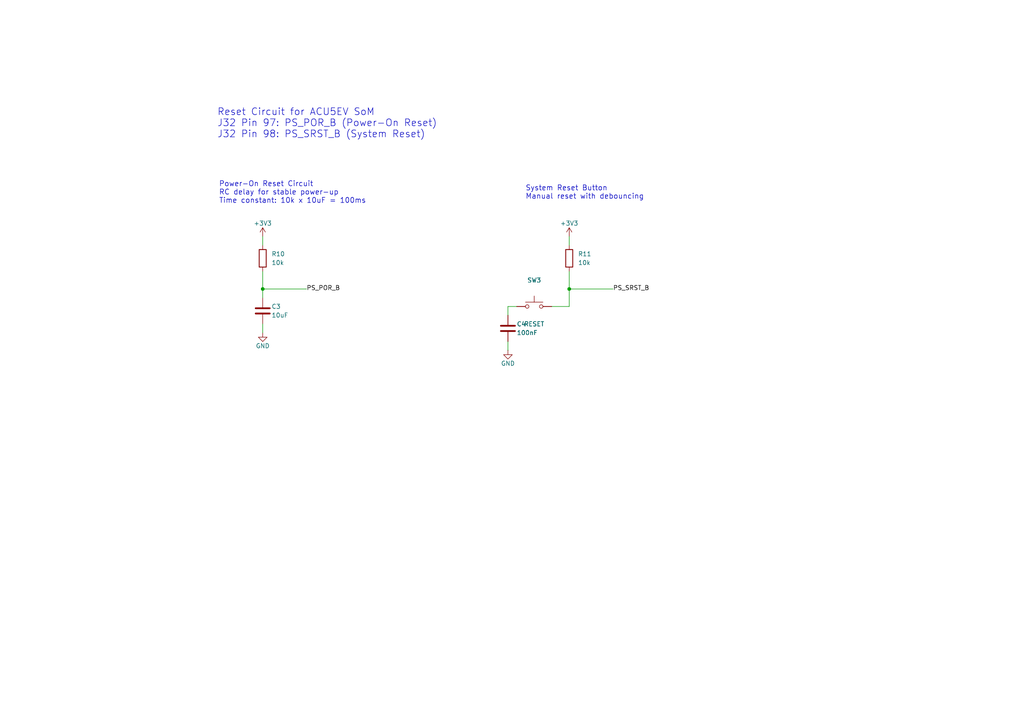
<source format=kicad_sch>
(kicad_sch (version 20250114) (generator "eeschema") (generator_version "9.0")
  (paper "A4")
  (title_block (title "Reset Circuit") (company "fcBoard") (comment 1 "Power-On Reset and System Reset for ACU5EV SoM"))
  (lib_symbols
    (symbol "Device:C" (pin_numbers (hide yes)) (pin_names (offset 0.254))
      (property "Reference" "C" (at 0.635 2.54 0))
      (property "Value" "C" (at 0.635 -2.54 0))
      (symbol "C_0_1"
        (polyline (pts (xy -2.032 0.762) (xy 2.032 0.762)) (stroke (width 0.508)))
        (polyline (pts (xy -2.032 -0.762) (xy 2.032 -0.762)) (stroke (width 0.508)))
      )
      (symbol "C_1_1"
        (pin passive line (at 0 3.81 270) (length 2.794) (name "~") (number "1"))
        (pin passive line (at 0 -3.81 90) (length 2.794) (name "~") (number "2"))
      )
    )
    (symbol "Device:R" (pin_numbers (hide yes)) (pin_names (offset 0))
      (property "Reference" "R" (at 2.032 0 90))
      (property "Value" "R" (at 0 0 90))
      (symbol "R_0_1"
        (rectangle (start -1.016 -2.54) (end 1.016 2.54) (stroke (width 0.254)))
      )
      (symbol "R_1_1"
        (pin passive line (at 0 3.81 270) (length 1.27) (name "~") (number "1"))
        (pin passive line (at 0 -3.81 90) (length 1.27) (name "~") (number "2"))
      )
    )
    (symbol "Switch:SW_Push" (pin_numbers (hide yes)) (pin_names (offset 1.016) (hide yes))
      (property "Reference" "SW" (at 1.27 6.35 0))
      (property "Value" "SW_Push" (at 0 -1.524 0))
      (symbol "SW_Push_0_1"
        (circle (center -2.032 0) (radius 0.508))
        (polyline (pts (xy 0 1.27) (xy 0 3.048)))
        (circle (center 2.032 0) (radius 0.508))
        (polyline (pts (xy 2.54 1.27) (xy -2.54 1.27)))
        (pin passive line (at -5.08 0 0) (length 2.54) (name "1") (number "1"))
        (pin passive line (at 5.08 0 180) (length 2.54) (name "2") (number "2"))
      )
    )
    (symbol "power:+3V3" (power) (pin_numbers (hide yes)) (pin_names (offset 0) (hide yes))
      (property "Value" "+3V3" (at 0 3.556 0))
      (symbol "+3V3_0_1"
        (polyline (pts (xy -0.762 1.27) (xy 0 2.54)))
        (polyline (pts (xy 0 2.54) (xy 0.762 1.27)))
        (polyline (pts (xy 0 0) (xy 0 2.54)))
      )
      (symbol "+3V3_1_1"
        (pin power_in line (at 0 0 90) (length 0) (name "+3V3") (number "1"))
      )
    )
    (symbol "power:GND" (power) (pin_numbers (hide yes)) (pin_names (offset 0) (hide yes))
      (property "Value" "GND" (at 0 -3.81 0))
      (symbol "GND_0_1"
        (polyline (pts (xy 0 0) (xy 0 -1.27) (xy 1.27 -1.27) (xy 0 -2.54) (xy -1.27 -1.27) (xy 0 -1.27)))
      )
      (symbol "GND_1_1"
        (pin power_in line (at 0 0 270) (length 0) (name "GND") (number "1"))
      )
    )
  )
  (text "Power-On Reset Circuit\nRC delay for stable power-up\nTime constant: 10k x 10uF = 100ms" (at 63.5 55.88 0) (effects (font (size 1.5 1.5)) (justify left)))
  (text "System Reset Button\nManual reset with debouncing" (at 152.4 55.88 0) (effects (font (size 1.5 1.5)) (justify left)))
  (text "Reset Circuit for ACU5EV SoM\nJ32 Pin 97: PS_POR_B (Power-On Reset)\nJ32 Pin 98: PS_SRST_B (System Reset)" (at 62.992 35.814 0) (effects (font (size 2 2)) (justify left)))
  (junction (at 165.1 83.82))
  (junction (at 76.2 83.82))
  (wire (pts (xy 149.86 88.9) (xy 147.32 88.9)))
  (wire (pts (xy 165.1 83.82) (xy 165.1 88.9)))
  (wire (pts (xy 165.1 68.58) (xy 165.1 71.12)))
  (wire (pts (xy 76.2 78.74) (xy 76.2 83.82)))
  (wire (pts (xy 76.2 83.82) (xy 76.2 86.36)))
  (wire (pts (xy 76.2 83.82) (xy 88.9 83.82)))
  (wire (pts (xy 147.32 88.9) (xy 147.32 91.44)))
  (wire (pts (xy 76.2 68.58) (xy 76.2 71.12)))
  (wire (pts (xy 147.32 99.06) (xy 147.32 101.6)))
  (wire (pts (xy 76.2 93.98) (xy 76.2 96.52)))
  (wire (pts (xy 160.02 88.9) (xy 165.1 88.9)))
  (wire (pts (xy 165.1 78.74) (xy 165.1 83.82)))
  (wire (pts (xy 165.1 83.82) (xy 177.8 83.82)))
  (label "PS_POR_B" (at 88.9 83.82 0))
  (label "PS_SRST_B" (at 177.8 83.82 0))
  (symbol (lib_id "power:GND") (at 76.2 96.52 0) (unit 1)
    (property "Reference" "#PWR0104" (effects (hide yes)))
    (property "Value" "GND" (at 76.2 100.33 0))
  )
  (symbol (lib_id "power:+3V3") (at 165.1 68.58 0) (unit 1)
    (property "Reference" "#PWR0101" (effects (hide yes)))
    (property "Value" "+3V3" (at 165.1 64.77 0))
  )
  (symbol (lib_id "power:GND") (at 147.32 101.6 0) (unit 1)
    (property "Reference" "#PWR0103" (effects (hide yes)))
    (property "Value" "GND" (at 147.32 105.41 0))
  )
  (symbol (lib_id "Device:C") (at 76.2 90.17 0) (unit 1)
    (property "Reference" "C3" (at 78.74 88.9 0) (effects (justify left)))
    (property "Value" "10uF" (at 78.74 91.44 0) (effects (justify left)))
    (property "Footprint" "Capacitor_SMD:C_0603_1608Metric" (effects (hide yes)))
    (property "Description" "POR Delay Capacitor" (effects (hide yes)))
  )
  (symbol (lib_id "Switch:SW_Push") (at 154.94 88.9 0) (unit 1)
    (property "Reference" "SW3" (at 154.94 81.28 0))
    (property "Value" "RESET" (at 154.94 93.98 0))
    (property "Footprint" "Button_Switch_SMD:SW_Push_1TS009xxxx-xxxx-xxxx_6x6x5mm" (effects (hide yes)))
    (property "Description" "System Reset Button" (effects (hide yes)))
  )
  (symbol (lib_id "power:+3V3") (at 76.2 68.58 0) (unit 1)
    (property "Reference" "#PWR0102" (effects (hide yes)))
    (property "Value" "+3V3" (at 76.2 64.77 0))
  )
  (symbol (lib_id "Device:C") (at 147.32 95.25 0) (unit 1)
    (property "Reference" "C4" (at 149.86 93.98 0) (effects (justify left)))
    (property "Value" "100nF" (at 149.86 96.52 0) (effects (justify left)))
    (property "Footprint" "Capacitor_SMD:C_0402_1005Metric" (effects (hide yes)))
    (property "Description" "Debounce Capacitor" (effects (hide yes)))
  )
  (symbol (lib_id "Device:R") (at 76.2 74.93 0) (unit 1)
    (property "Reference" "R10" (at 78.74 73.66 0) (effects (justify left)))
    (property "Value" "10k" (at 78.74 76.2 0) (effects (justify left)))
    (property "Footprint" "Resistor_SMD:R_0402_1005Metric" (effects (hide yes)))
    (property "Description" "POR Pull-up Resistor" (effects (hide yes)))
  )
  (symbol (lib_id "Device:R") (at 165.1 74.93 0) (unit 1)
    (property "Reference" "R11" (at 167.64 73.66 0) (effects (justify left)))
    (property "Value" "10k" (at 167.64 76.2 0) (effects (justify left)))
    (property "Footprint" "Resistor_SMD:R_0402_1005Metric" (effects (hide yes)))
    (property "Description" "SRST Pull-up Resistor" (effects (hide yes)))
  )
)
</source>
